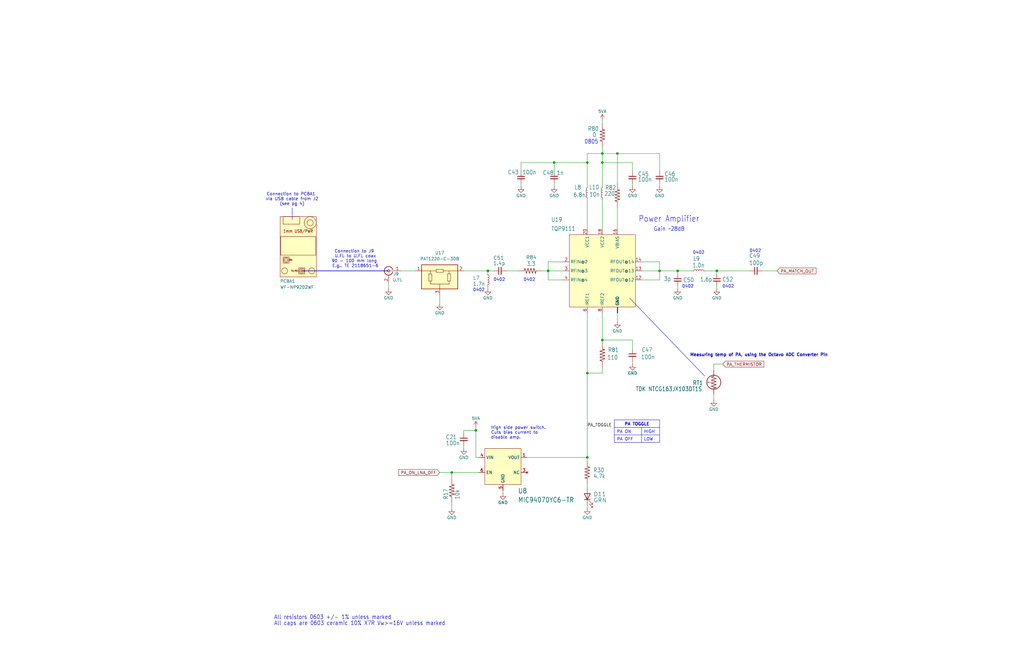
<source format=kicad_sch>
(kicad_sch (version 20250114) (generator "eeschema") (generator_version "9.0")
  (paper "B")
  (title_block (title "Oresat Live Card") (date "2025-09-15") (rev "2.1"))
  (lib_symbols
    (symbol "Connector:Conn_Coaxial" (pin_names (offset 1.016) (hide yes))
      (property "Reference" "J" (at 0.254 3.048 0))
      (property "Value" "Conn_Coaxial" (at 2.921 0 90))
      (symbol "Conn_Coaxial_0_1"
        (polyline (pts (xy -2.54 0) (xy -0.508 0)))
        (arc (start 1.778 0) (mid 0.222 -1.8079) (end -1.778 -0.508) (stroke (width 0.254)))
        (arc (start -1.778 0.508) (mid 0.2221 1.8084) (end 1.778 0) (stroke (width 0.254)))
        (circle (center 0 0) (radius 0.508) (stroke (width 0.2032)))
        (polyline (pts (xy 0 -2.54) (xy 0 -1.778)))
      )
      (symbol "Conn_Coaxial_1_1"
        (pin passive line (at -5.08 0 0) (length 2.54) (name "In") (number "1"))
        (pin passive line (at 0 -5.08 90) (length 2.54) (name "Ext") (number "2"))
      )
    )
    (symbol "Device:C_Small" (pin_numbers (hide yes)) (pin_names (offset 0.254) (hide yes))
      (property "Reference" "C" (at 0.254 1.778 0))
      (property "Value" "C_Small" (at 0.254 -2.032 0))
      (symbol "C_Small_0_1"
        (polyline (pts (xy -1.524 0.508) (xy 1.524 0.508)) (stroke (width 0.3048)))
        (polyline (pts (xy -1.524 -0.508) (xy 1.524 -0.508)) (stroke (width 0.3302)))
      )
      (symbol "C_Small_1_1"
        (pin passive line (at 0 2.54 270) (length 2.032) (name "~") (number "1"))
        (pin passive line (at 0 -2.54 90) (length 2.032) (name "~") (number "2"))
      )
    )
    (symbol "Device:LED" (pin_numbers (hide yes)) (pin_names (offset 1.016) (hide yes))
      (property "Reference" "D" (at 0 2.54 0))
      (property "Value" "LED" (at 0 -2.54 0))
      (symbol "LED_0_1"
        (polyline (pts (xy -3.048 -0.762) (xy -4.572 -2.286) (xy -3.81 -2.286) (xy -4.572 -2.286) (xy -4.572 -1.524)))
        (polyline (pts (xy -1.778 -0.762) (xy -3.302 -2.286) (xy -2.54 -2.286) (xy -3.302 -2.286) (xy -3.302 -1.524)))
        (polyline (pts (xy -1.27 0) (xy 1.27 0)))
        (polyline (pts (xy -1.27 -1.27) (xy -1.27 1.27)) (stroke (width 0.254)))
        (polyline (pts (xy 1.27 -1.27) (xy 1.27 1.27) (xy -1.27 0) (xy 1.27 -1.27)) (stroke (width 0.254)))
      )
      (symbol "LED_1_1"
        (pin passive line (at -3.81 0 0) (length 2.54) (name "K") (number "1"))
        (pin passive line (at 3.81 0 180) (length 2.54) (name "A") (number "2"))
      )
    )
    (symbol "Device:L_Small" (pin_numbers (hide yes)) (pin_names (offset 0.254) (hide yes))
      (property "Reference" "L" (at 0.762 1.016 0))
      (property "Value" "L_Small" (at 0.762 -1.016 0))
      (symbol "L_Small_0_1"
        (arc (start 0 2.032) (mid 0.5058 1.524) (end 0 1.016))
        (arc (start 0 1.016) (mid 0.5058 0.508) (end 0 0))
        (arc (start 0 0) (mid 0.5058 -0.508) (end 0 -1.016))
        (arc (start 0 -1.016) (mid 0.5058 -1.524) (end 0 -2.032))
      )
      (symbol "L_Small_1_1"
        (pin passive line (at 0 2.54 270) (length 0.508) (name "~") (number "1"))
        (pin passive line (at 0 -2.54 90) (length 0.508) (name "~") (number "2"))
      )
    )
    (symbol "RF:PAT1220-C-3DB"
      (property "Reference" "U" (at -6.35 6.35 0))
      (property "Value" "PAT1220-C-3DB" (at 5.08 6.35 0))
      (symbol "PAT1220-C-3DB_0_1"
        (rectangle (start -7.62 5.08) (end 7.62 -5.08) (stroke (width 0.254)) (fill (type background)))
        (polyline (pts (xy -3.937 1.27) (xy -3.937 2.54)))
        (polyline (pts (xy -3.937 -3.048) (xy 3.937 -3.048)))
        (polyline (pts (xy -1.524 2.54) (xy -7.62 2.54)))
        (polyline (pts (xy 0 -5.08) (xy 0 -3.048)))
        (polyline (pts (xy 3.937 1.27) (xy 3.937 2.54)))
        (pin passive line (at 0 -7.62 90) (length 2.54) (name "~") (number "3"))
      )
      (symbol "PAT1220-C-3DB_1_1"
        (rectangle (start -4.572 -1.778) (end -3.302 1.27))
        (polyline (pts (xy -3.937 -3.048) (xy -3.937 -1.778)))
        (rectangle (start -1.524 3.175) (end 1.524 1.905))
        (rectangle (start 3.302 -1.778) (end 4.572 1.27))
        (polyline (pts (xy 3.937 -3.048) (xy 3.937 -1.778)))
        (polyline (pts (xy 7.62 2.54) (xy 1.524 2.54)))
        (pin passive line (at -10.16 2.54 0) (length 2.54) (name "~") (number "1"))
        (pin passive line (at 10.16 2.54 180) (length 2.54) (name "~") (number "2"))
      )
    )
    (symbol "oresat-ics:MIC94090YC6-TR"
      (property "Reference" "U8" (at 7.62 -12.7 0))
      (property "Value" "MIC94090YC6-TR" (at 27.94 -16.51 0))
      (symbol "MIC94090YC6-TR_1_0"
        (pin power_in line (at -10.16 3.81 0) (length 2.54) (name "VIN") (number "4"))
        (pin input line (at -10.16 -2.54 0) (length 2.54) (name "EN") (number "6"))
        (pin power_in line (at 0 -10.16 90) (length 2.54) (hide yes) (name "GND") (number "2"))
        (pin power_in line (at 0 -10.16 90) (length 2.54) (name "GND") (number "5"))
        (pin output line (at 10.16 3.81 180) (length 2.54) (name "VOUT") (number "1"))
      )
      (symbol "MIC94090YC6-TR_1_1"
        (rectangle (start -7.62 7.62) (end 7.62 -7.62) (fill (type background)))
        (pin no_connect line (at 10.16 -2.54 180) (length 2.54) (name "NC") (number "3"))
      )
    )
    (symbol "oresat-ics:TQP9111"
      (property "Reference" "U19" (at -17.78 17.78 0))
      (property "Value" "TQP9111" (at -22.86 -17.78 0))
      (symbol "TQP9111_1_0"
        (pin input line (at -16.51 3.81 0) (length 2.54) (name "RFIN@2") (number "2"))
        (pin input line (at -16.51 0 0) (length 2.54) (name "RFIN@3") (number "3"))
        (pin input line (at -16.51 -3.81 0) (length 2.54) (name "RFIN@4") (number "4"))
        (pin power_in line (at -6.35 17.78 270) (length 2.54) (name "VCC1") (number "20"))
        (pin passive line (at -6.35 -17.78 90) (length 2.54) (name "IREF1") (number "6"))
        (pin power_in line (at 0 17.78 270) (length 2.54) (name "VCC2") (number "18"))
        (pin passive line (at 0 -17.78 90) (length 2.54) (name "IREF2") (number "8"))
        (pin power_in line (at 6.35 17.78 270) (length 2.54) (name "VBIAS") (number "16"))
        (pin power_in line (at 6.35 -17.78 90) (length 2.54) (name "GND") (number "1"))
        (pin power_in line (at 6.35 -17.78 90) (length 2.54) (name "GND") (number "10"))
        (pin power_in line (at 6.35 -17.78 90) (length 2.54) (name "GND") (number "11"))
        (pin power_in line (at 6.35 -17.78 90) (length 2.54) (name "GND") (number "15"))
        (pin power_in line (at 6.35 -17.78 90) (length 2.54) (name "GND") (number "17"))
        (pin power_in line (at 6.35 -17.78 90) (length 2.54) (name "GND") (number "19"))
        (pin power_in line (at 6.35 -17.78 90) (length 2.54) (name "GND") (number "21"))
        (pin power_in line (at 6.35 -17.78 90) (length 2.54) (name "GND") (number "5"))
        (pin power_in line (at 6.35 -17.78 90) (length 2.54) (name "GND") (number "7"))
        (pin power_in line (at 6.35 -17.78 90) (length 2.54) (name "GND") (number "9"))
        (pin output line (at 16.51 3.81 180) (length 2.54) (name "RFOUT@14") (number "14"))
        (pin output line (at 16.51 0 180) (length 2.54) (name "RFOUT@13") (number "13"))
        (pin output line (at 16.51 -3.81 180) (length 2.54) (name "RFOUT@12") (number "12"))
      )
      (symbol "TQP9111_1_1"
        (rectangle (start -13.97 15.24) (end 13.97 -15.24) (fill (type background)))
      )
    )
    (symbol "oresat-passives:R-US"
      (property "Reference" "R" (at 0 2.54 0))
      (symbol "R-US_1_0"
        (polyline (pts (xy -2.54 0) (xy -2.159 1.016)) (stroke (width 0.2032)))
        (polyline (pts (xy -2.159 1.016) (xy -1.524 -1.016)) (stroke (width 0.2032)))
        (polyline (pts (xy -1.524 -1.016) (xy -0.889 1.016)) (stroke (width 0.2032)))
        (polyline (pts (xy -0.889 1.016) (xy -0.254 -1.016)) (stroke (width 0.2032)))
        (polyline (pts (xy -0.254 -1.016) (xy 0.381 1.016)) (stroke (width 0.2032)))
        (polyline (pts (xy 0.381 1.016) (xy 1.016 -1.016)) (stroke (width 0.2032)))
        (polyline (pts (xy 1.016 -1.016) (xy 1.651 1.016)) (stroke (width 0.2032)))
        (polyline (pts (xy 1.651 1.016) (xy 2.286 -1.016)) (stroke (width 0.2032)))
        (polyline (pts (xy 2.286 -1.016) (xy 2.54 0)) (stroke (width 0.2032)))
        (pin passive line (at -5.08 0 0) (length 2.54) (name "1") (number "1"))
        (pin passive line (at 5.08 0 180) (length 2.54) (name "2") (number "2"))
      )
    )
    (symbol "oresat-passives:THERMISTOR"
      (property "Reference" "RT1" (at 1.27 8.89 90))
      (property "Value" "TDK NTCG163JX103DT1S" (at 3.81 33.02 90))
      (symbol "THERMISTOR_1_0"
        (polyline (pts (xy -2.54 0) (xy -2.159 1.016)) (stroke (width 0.2032)))
        (polyline (pts (xy -2.159 1.016) (xy -1.524 -1.016)) (stroke (width 0.2032)))
        (polyline (pts (xy -1.524 -1.016) (xy -0.889 1.016)) (stroke (width 0.2032)))
        (polyline (pts (xy -0.889 1.016) (xy -0.254 -1.016)) (stroke (width 0.2032)))
        (polyline (pts (xy -0.254 -1.016) (xy 0.381 1.016)) (stroke (width 0.2032)))
        (circle (center 0 0) (radius 2.9729) (stroke (width 0.254)))
        (polyline (pts (xy 0.381 1.016) (xy 1.016 -1.016)) (stroke (width 0.2032)))
        (polyline (pts (xy 1.016 -1.016) (xy 1.651 1.016)) (stroke (width 0.2032)))
        (polyline (pts (xy 1.651 1.016) (xy 2.286 -1.016)) (stroke (width 0.2032)))
        (polyline (pts (xy 2.286 -1.016) (xy 2.54 0)) (stroke (width 0.2032)))
        (text "T" (at -0.508 1.016 0) (effects (font (size 1.27 1.0795)) (justify left bottom)))
        (pin passive line (at -5.08 0 0) (length 2.54) (name "1") (number "1"))
        (pin passive line (at 5.08 0 180) (length 2.54) (name "2") (number "2"))
      )
    )
    (symbol "oresat-pcbs:WF-NP9202WF"
      (property "Reference" "PCBA" (at 2.54 -13.462 0))
      (property "Value" "WF-NP9202WF" (at 2.794 -15.494 0))
      (symbol "WF-NP9202WF_0_1"
        (rectangle (start -7.366 5.588) (end 7.366 -2.286))
        (rectangle (start -6.35 13.97) (end 0.635 10.795))
        (rectangle (start -6.35 -3.048) (end -3.81 -5.588))
        (circle (center -5.715 -8.89) (radius 1.27))
        (rectangle (start 0.254 -7.62) (end 2.794 -10.16))
        (circle (center 5.08 11.43) (radius 1.27))
        (circle (center 5.08 11.43) (radius 2.54))
        (circle (center 5.715 -8.89) (radius 1.27))
      )
      (symbol "WF-NP9202WF_1_0"
        (circle (center -5.08 -4.318) (radius 0.568) (stroke (width 0.1524)))
        (circle (center -5.08 -4.318) (radius 1.0473) (stroke (width 0.1524)))
        (circle (center 1.524 -8.89) (radius 0.568) (stroke (width 0.1524)))
        (circle (center 1.524 -8.89) (radius 1.0473) (stroke (width 0.1524)))
        (text "1mm USB/PWR" (at -6.35 7.112 0) (effects (font (size 1.27 1.0795)) (justify left bottom)))
      )
      (symbol "WF-NP9202WF_1_1"
        (rectangle (start -7.62 13.97) (end 7.62 -11.43) (fill (type background)))
        (text "RX" (at -3.048 -4.318 0) (effects (font (size 0.635 0.635))))
        (text "TX/RX" (at -1.524 -8.89 0) (effects (font (size 0.635 0.635))))
      )
    )
    (symbol "oresat-power:5VA" (power) (pin_names (offset 0))
      (property "Value" "5VA" (at 0 3.556 0))
      (symbol "5VA_0_1"
        (polyline (pts (xy -0.762 1.27) (xy 0 2.54)))
        (polyline (pts (xy 0 2.54) (xy 0.762 1.27)))
        (polyline (pts (xy 0 0) (xy 0 2.54)))
      )
      (symbol "5VA_1_1"
        (pin power_in line (at 0 0 90) (length 0) (hide yes) (name "5VA") (number "1"))
      )
    )
    (symbol "power:GND" (power) (pin_numbers (hide yes)) (pin_names (offset 0) (hide yes))
      (property "Value" "GND" (at 0 -3.81 0))
      (symbol "GND_0_1"
        (polyline (pts (xy 0 0) (xy 0 -1.27) (xy 1.27 -1.27) (xy 0 -2.54) (xy -1.27 -1.27) (xy 0 -1.27)))
      )
      (symbol "GND_1_1"
        (pin power_in line (at 0 0 270) (length 0) (name "~") (number "1"))
      )
    )
  )
  (text "Connection to PCBA1 \nvia USB cable from J2\n(see pg 4)\n\n" (at 123.19 88.9 0) (effects (font (size 1.27 1.27)) (justify bottom)))
  (text "0402\n" (at 315.976 106.68 0) (effects (font (size 1.27 1.27)) (justify left bottom)))
  (text "High side power switch.\nCuts bias current to \ndisable amp." (at 207.01 185.42 0) (effects (font (size 1.27 1.27)) (justify left bottom)))
  (text "0402\n" (at 292.1 107.442 0) (effects (font (size 1.27 1.27)) (justify left bottom)))
  (text "0402\n" (at 199.39 123.19 0) (effects (font (size 1.27 1.27)) (justify left bottom)))
  (text "Connection to J9 \nU.FL to U.FL coax\n90 - 100 mm long \nE.g., TE 2118651-6" (at 149.86 113.03 0) (effects (font (size 1.27 1.27)) (justify bottom)))
  (text "Gain ~28dB" (at 275.59 97.79 0) (effects (font (size 1.778 1.5113)) (justify left bottom)))
  (text "0805" (at 246.38 60.96 0) (effects (font (size 1.778 1.5113)) (justify left bottom)))
  (text "All caps are 0603 ceramic 10% X7R Vw>=16V unless marked" (at 115.57 264.16 0) (effects (font (size 1.778 1.5113)) (justify left bottom)))
  (text "Measuring temp of PA, using the Octavo ADC Converter Pin" (at 320.04 149.86 0) (effects (font (size 1.27 1.27) (thickness 0.254) (bold yes))))
  (text "All resistors 0603 +/- 1% unless marked" (at 115.57 261.62 0) (effects (font (size 1.778 1.5113)) (justify left bottom)))
  (text "0402\n" (at 208.026 118.872 0) (effects (font (size 1.27 1.27)) (justify left bottom)))
  (text "0402\n" (at 304.546 121.666 0) (effects (font (size 1.27 1.27)) (justify left bottom)))
  (text "Power Amplifier" (at 269.24 93.98 0) (effects (font (size 2.54 2.159)) (justify left bottom)))
  (text "0402\n" (at 287.528 121.666 0) (effects (font (size 1.27 1.27)) (justify left bottom)))
  (text "0402\n" (at 220.726 118.872 0) (effects (font (size 1.27 1.27)) (justify left bottom)))
  (junction (at 190.5 199.39))
  (junction (at 278.13 114.3))
  (junction (at 247.65 193.04))
  (junction (at 285.75 114.3))
  (junction (at 205.74 114.3))
  (junction (at 200.66 181.61))
  (junction (at 247.65 157.48))
  (junction (at 254 68.58))
  (junction (at 254 64.77))
  (junction (at 233.68 68.58))
  (junction (at 247.65 68.58))
  (junction (at 302.26 114.3))
  (junction (at 231.14 114.3))
  (junction (at 260.35 64.77))
  (junction (at 254 143.51))
  (wire (pts (xy 247.65 83.82) (xy 247.65 96.52)))
  (wire (pts (xy 266.7 68.58) (xy 254 68.58)))
  (wire (pts (xy 237.49 114.3) (xy 231.14 114.3)))
  (wire (pts (xy 278.13 114.3) (xy 285.75 114.3)))
  (wire (pts (xy 254 52.07) (xy 254 50.8)))
  (wire (pts (xy 247.65 68.58) (xy 247.65 78.74)))
  (wire (pts (xy 247.65 64.77) (xy 254 64.77)))
  (wire (pts (xy 254 62.23) (xy 254 64.77)))
  (wire (pts (xy 247.65 193.04) (xy 247.65 194.31)))
  (wire (pts (xy 321.31 114.3) (xy 327.66 114.3)))
  (wire (pts (xy 231.14 114.3) (xy 228.6 114.3)))
  (wire (pts (xy 270.51 114.3) (xy 278.13 114.3)))
  (wire (pts (xy 205.74 120.65) (xy 205.74 121.92)))
  (wire (pts (xy 278.13 114.3) (xy 278.13 118.11)))
  (wire (pts (xy 195.58 187.96) (xy 195.58 189.23)))
  (wire (pts (xy 233.68 72.39) (xy 233.68 68.58)))
  (wire (pts (xy 270.51 110.49) (xy 278.13 110.49)))
  (wire (pts (xy 163.83 119.38) (xy 163.83 121.92)))
  (wire (pts (xy 266.7 143.51) (xy 266.7 147.32)))
  (wire (pts (xy 302.26 114.3) (xy 316.23 114.3)))
  (wire (pts (xy 205.74 114.3) (xy 208.28 114.3)))
  (wire (pts (xy 297.18 114.3) (xy 302.26 114.3)))
  (wire (pts (xy 231.14 118.11) (xy 237.49 118.11)))
  (wire (pts (xy 254 68.58) (xy 254 64.77)))
  (wire (pts (xy 285.75 121.92) (xy 285.75 120.65)))
  (wire (pts (xy 266.7 77.47) (xy 266.7 78.74)))
  (wire (pts (xy 300.99 166.37) (xy 300.99 168.91)))
  (wire (pts (xy 233.68 78.74) (xy 233.68 77.47)))
  (wire (pts (xy 278.13 64.77) (xy 260.35 64.77)))
  (wire (pts (xy 300.99 153.67) (xy 300.99 156.21)))
  (polyline (pts (xy 123.19 87.63) (xy 123.19 92.71)))
  (wire (pts (xy 190.5 212.09) (xy 190.5 214.63)))
  (wire (pts (xy 237.49 110.49) (xy 231.14 110.49)))
  (wire (pts (xy 254 154.94) (xy 254 157.48)))
  (wire (pts (xy 185.42 199.39) (xy 190.5 199.39)))
  (wire (pts (xy 278.13 77.47) (xy 278.13 78.74)))
  (wire (pts (xy 219.71 72.39) (xy 219.71 68.58)))
  (polyline (pts (xy 127 114.3) (xy 163.83 114.3)) (stroke (width 0.254) (type solid)))
  (wire (pts (xy 213.36 114.3) (xy 218.44 114.3)))
  (wire (pts (xy 254 143.51) (xy 254 144.78)))
  (wire (pts (xy 205.74 114.3) (xy 205.74 115.57)))
  (wire (pts (xy 247.65 204.47) (xy 247.65 205.74)))
  (wire (pts (xy 302.26 115.57) (xy 302.26 114.3)))
  (wire (pts (xy 302.26 120.65) (xy 302.26 121.92)))
  (wire (pts (xy 231.14 114.3) (xy 231.14 118.11)))
  (wire (pts (xy 278.13 110.49) (xy 278.13 114.3)))
  (wire (pts (xy 285.75 114.3) (xy 292.1 114.3)))
  (wire (pts (xy 231.14 110.49) (xy 231.14 114.3)))
  (wire (pts (xy 222.25 193.04) (xy 247.65 193.04)))
  (wire (pts (xy 254 83.82) (xy 254 96.52)))
  (wire (pts (xy 219.71 77.47) (xy 219.71 78.74)))
  (wire (pts (xy 185.42 124.46) (xy 185.42 128.27)))
  (wire (pts (xy 200.66 193.04) (xy 201.93 193.04)))
  (wire (pts (xy 195.58 114.3) (xy 205.74 114.3)))
  (wire (pts (xy 285.75 115.57) (xy 285.75 114.3)))
  (wire (pts (xy 254 143.51) (xy 266.7 143.51)))
  (wire (pts (xy 247.65 64.77) (xy 247.65 68.58)))
  (wire (pts (xy 260.35 77.47) (xy 260.35 64.77)))
  (wire (pts (xy 247.65 132.08) (xy 247.65 157.48)))
  (wire (pts (xy 195.58 182.88) (xy 195.58 181.61)))
  (wire (pts (xy 254 157.48) (xy 247.65 157.48)))
  (wire (pts (xy 278.13 72.39) (xy 278.13 64.77)))
  (wire (pts (xy 266.7 152.4) (xy 266.7 153.67)))
  (wire (pts (xy 200.66 181.61) (xy 200.66 193.04)))
  (wire (pts (xy 247.65 213.36) (xy 247.65 214.63)))
  (wire (pts (xy 212.09 207.01) (xy 212.09 208.28)))
  (wire (pts (xy 260.35 132.08) (xy 260.35 135.89)))
  (wire (pts (xy 278.13 118.11) (xy 270.51 118.11)))
  (polyline (pts (xy 265.43 125.73) (xy 297.18 158.75)))
  (wire (pts (xy 247.65 157.48) (xy 247.65 193.04)))
  (wire (pts (xy 254 68.58) (xy 254 78.74)))
  (wire (pts (xy 260.35 87.63) (xy 260.35 96.52)))
  (wire (pts (xy 168.91 114.3) (xy 175.26 114.3)))
  (wire (pts (xy 254 132.08) (xy 254 143.51)))
  (wire (pts (xy 300.99 153.67) (xy 304.8 153.67)))
  (wire (pts (xy 219.71 68.58) (xy 233.68 68.58)))
  (wire (pts (xy 266.7 72.39) (xy 266.7 68.58)))
  (wire (pts (xy 233.68 68.58) (xy 247.65 68.58)))
  (wire (pts (xy 195.58 181.61) (xy 200.66 181.61)))
  (wire (pts (xy 190.5 199.39) (xy 201.93 199.39)))
  (wire (pts (xy 254 64.77) (xy 260.35 64.77)))
  (wire (pts (xy 200.66 181.61) (xy 200.66 180.34)))
  (wire (pts (xy 190.5 199.39) (xy 190.5 201.93)))
  (table (column_count 2) (border (external yes) (header yes)) (separators (rows yes) (cols yes)) (column_widths 11.43 7.62) (row_heights 3.175 3.175 3.175) (cells (table_cell "PA TOGGLE" (at 259.08 177.165 0) (size 19.05 3.175) (margins 0.9525 0.9525 0.9525 0.9525) (span 2 1)) (table_cell "rgb(241, 240, 238)" (at 270.51 177.165 0) (size 7.62 3.175) (margins 0.9525 0.9525 0.9525 0.9525) (span 0 0)) (table_cell "PA ON" (at 259.08 180.34 0) (size 11.43 3.175) (margins 0.9525 0.9525 0.9525 0.9525) (span 1 1)) (table_cell "HIGH" (at 270.51 180.34 0) (size 7.62 3.175) (margins 0.9525 0.9525 0.9525 0.9525) (span 1 1)) (table_cell "PA OFF" (at 259.08 183.515 0) (size 11.43 3.175) (margins 0.9525 0.9525 0.9525 0.9525) (span 1 1)) (table_cell "LOW" (at 270.51 183.515 0) (size 7.62 3.175) (margins 0.9525 0.9525 0.9525 0.9525) (span 1 1))))
  (label "PA_TOGGLE" (at 247.65 180.34 0) (effects (font (size 1.2446 1.2446))))
  (global_label "PA_THERMISTOR" (shape input) (at 304.8 153.67 0) (property "Intersheetrefs" "${INTERSHEET_REFS}" (at 322.6623 153.67 0) (effects (font (size 0.889 0.889)) (justify left))))
  (global_label "PA_ON_LNA_OFF" (shape input) (at 185.42 199.39 180) (property "Intersheetrefs" "${INTERSHEET_REFS}" (at 167.5575 199.39 0) (effects (font (size 0.889 0.889)) (justify right))))
  (global_label "PA_MATCH_OUT" (shape input) (at 327.66 114.3 0) (property "Intersheetrefs" "${INTERSHEET_REFS}" (at 344.6757 114.3 0) (effects (font (size 0.889 0.889)) (justify left))))
  (symbol (lib_id "RF:PAT1220-C-3DB") (at 185.42 116.84 0) (unit 1)
    (property "Reference" "U17" (at 185.42 106.68 0))
    (property "Value" "PAT1220-C-3DB" (at 185.42 109.22 0))
    (property "Footprint" "RF_Converter:RF_Attenuator_Susumu_PAT1220" (effects (hide yes)))
    (property "Datasheet" "https://www.susumu.co.jp/common/pdf/n_catalog_partition16_en.pdf" (effects (hide yes)))
    (property "Description" "RF ATTENUATOR 3DB 50OHM 0805" (effects (hide yes)))
    (property "DPN" "PAT123CT-ND " (effects (hide yes)))
    (property "MFR" "Susumu " (effects (hide yes)))
    (property "MPN" "PAT1220-C-3DB-T5 " (effects (hide yes)))
    (property "DIS" "DigiKey" (effects (hide yes)))
  )
  (symbol (lib_id "Device:C_Small") (at 210.82 114.3 90) (unit 1)
    (property "Reference" "C51" (at 212.598 107.95 90) (effects (font (size 1.5113 1.5113)) (justify left bottom)))
    (property "Value" "1.4p" (at 213.106 110.236 90) (effects (font (size 1.5113 1.5113)) (justify left bottom)))
    (property "Footprint" "oresat-passives:0402-C" (effects (hide yes)))
    (property "Description" "CAP 50V 1.4pF .02pFTol ThinFilm 0402" (effects (hide yes)))
    (property "MPN" "04025J1R1PBSTR\\500" (effects (hide yes)))
    (property "DPN" "581-04025J1R4PBSTR5" (effects (hide yes)))
    (property "MFR" "KYOCERA AVX " (effects (hide yes)))
    (property "DIS" "Mouser" (effects (hide yes)))
  )
  (symbol (lib_id "power:GND") (at 219.71 78.74 0) (unit 1)
    (property "Reference" "#PWR84" (effects (hide yes)))
    (property "Value" "GND" (at 219.71 82.55 0))
    (property "Description" "Power symbol creates a global label with name \"GND\" , ground" (effects (hide yes)))
  )
  (symbol (lib_id "oresat-passives:R-US") (at 247.65 199.39 270) (unit 1)
    (property "Reference" "R30" (at 250.19 199.39 90) (effects (font (size 1.778 1.5113)) (justify left bottom)))
    (property "Value" "4.7k" (at 250.19 201.93 90) (effects (font (size 1.778 1.5113)) (justify left bottom)))
    (property "Footprint" "oresat-passives:0603-C" (effects (hide yes)))
    (property "Description" "RES SMD 4.7K OHM 1% 1/10W 0603" (effects (hide yes)))
    (property "MPN" "ERJ-3EKF4701V" (effects (hide yes)))
    (property "DPN" "ERJ-3EKF4701V" (effects (hide yes)))
    (property "MFR" "Panasonic " (effects (hide yes)))
    (property "DIS" "DigiKey" (effects (hide yes)))
  )
  (symbol (lib_id "power:GND") (at 185.42 128.27 0) (unit 1)
    (property "Reference" "#PWR82" (effects (hide yes)))
    (property "Value" "GND" (at 185.42 132.08 0))
    (property "Description" "Power symbol creates a global label with name \"GND\" , ground" (effects (hide yes)))
  )
  (symbol (lib_id "Device:C_Small") (at 266.7 74.93 0) (unit 1)
    (property "Reference" "C45" (at 268.986 74.422 0) (effects (font (size 1.778 1.5113)) (justify left bottom)))
    (property "Value" "100n" (at 268.986 76.708 0) (effects (font (size 1.778 1.5113)) (justify left bottom)))
    (property "Footprint" "oresat-passives:0603-C" (effects (hide yes)))
    (property "Description" "CAP CER 0.1UF 25V X7R 0603" (effects (hide yes)))
    (property "MPN" "CGA3E2X7R1E104K080AA " (effects (hide yes)))
    (property "DPN" "445-5667-1-ND " (effects (hide yes)))
    (property "MFR" "TDK Corporation " (effects (hide yes)))
    (property "DIS" "DigiKey" (effects (hide yes)))
  )
  (symbol (lib_id "Device:C_Small") (at 219.71 74.93 0) (unit 1)
    (property "Reference" "C43" (at 214.122 73.66 0) (effects (font (size 1.778 1.5113)) (justify left bottom)))
    (property "Value" "100n" (at 220.218 73.66 0) (effects (font (size 1.778 1.5113)) (justify left bottom)))
    (property "Footprint" "oresat-passives:0603-C" (effects (hide yes)))
    (property "Description" "CAP CER 0.1UF 25V X7R 0603" (effects (hide yes)))
    (property "MPN" "CGA3E2X7R1E104K080AA " (effects (hide yes)))
    (property "DPN" "445-5667-1-ND " (effects (hide yes)))
    (property "MFR" "TDK Corporation " (effects (hide yes)))
    (property "DIS" "DigiKey" (effects (hide yes)))
  )
  (symbol (lib_id "Device:C_Small") (at 285.75 118.11 0) (unit 1)
    (property "Reference" "C50" (at 288.036 119.126 0) (effects (font (size 1.778 1.5113)) (justify left bottom)))
    (property "Value" "3p" (at 279.908 118.618 0) (effects (font (size 1.778 1.5113)) (justify left bottom)))
    (property "Footprint" "oresat-passives:0402-C" (effects (hide yes)))
    (property "Description" "CAP CER 3PF 50V NP0 0402" (effects (hide yes)))
    (property "MPN" "04025U3R0BAT2A " (effects (hide yes)))
    (property "DPN" "581-04025U3R0BAT2A" (effects (hide yes)))
    (property "MFR" "KYOCERA AVX " (effects (hide yes)))
    (property "DIS" "Mouser" (effects (hide yes)))
  )
  (symbol (lib_id "power:GND") (at 300.99 168.91 0) (unit 1)
    (property "Reference" "#PWR91" (effects (hide yes)))
    (property "Value" "GND" (at 300.99 172.72 0))
    (property "Description" "Power symbol creates a global label with name \"GND\" , ground" (effects (hide yes)))
  )
  (symbol (lib_id "Device:C_Small") (at 266.7 149.86 0) (unit 1)
    (property "Reference" "C47" (at 270.51 148.59 0) (effects (font (size 1.778 1.5113)) (justify left bottom)))
    (property "Value" "100n" (at 270.256 151.638 0) (effects (font (size 1.778 1.5113)) (justify left bottom)))
    (property "Footprint" "oresat-passives:0603-C" (effects (hide yes)))
    (property "Description" "CAP CER 0.1UF 25V X7R 0603" (effects (hide yes)))
    (property "MPN" "CGA3E2X7R1E104K080AA " (effects (hide yes)))
    (property "DPN" "445-5667-1-ND " (effects (hide yes)))
    (property "MFR" "TDK Corporation " (effects (hide yes)))
    (property "DIS" "DigiKey" (effects (hide yes)))
  )
  (symbol (lib_id "power:GND") (at 302.26 121.92 0) (unit 1)
    (property "Reference" "#PWR88" (effects (hide yes)))
    (property "Value" "GND" (at 302.26 125.73 0))
    (property "Description" "Power symbol creates a global label with name \"GND\" , ground" (effects (hide yes)))
  )
  (symbol (lib_id "oresat-passives:R-US") (at 190.5 207.01 90) (unit 1)
    (property "Reference" "R17" (at 189.0014 210.82 0) (effects (font (size 1.778 1.5113)) (justify left bottom)))
    (property "Value" "10k" (at 193.802 210.82 0) (effects (font (size 1.778 1.5113)) (justify left bottom)))
    (property "Footprint" "oresat-passives:0603-C" (effects (hide yes)))
    (property "Description" "RES SMD 10K OHM 1% 1/10W 0603" (effects (hide yes)))
    (property "MPN" "ERJ-3EKF1002V" (effects (hide yes)))
    (property "DPN" "P10.0KHCT-ND " (effects (hide yes)))
    (property "MFR" "Panasonic " (effects (hide yes)))
    (property "DIS" "DigiKey" (effects (hide yes)))
  )
  (symbol (lib_id "Device:C_Small") (at 233.68 74.93 0) (unit 1)
    (property "Reference" "C48" (at 228.854 73.914 0) (effects (font (size 1.778 1.5113)) (justify left bottom)))
    (property "Value" "1n" (at 234.696 73.914 0) (effects (font (size 1.778 1.5113)) (justify left bottom)))
    (property "Footprint" "oresat-passives:0402-C" (effects (hide yes)))
    (property "Description" "CAP CER 1000PF 50V NP0 0402" (effects (hide yes)))
    (property "MPN" "CGA2B2NP01H102J050BA " (effects (hide yes)))
    (property "DPN" "445-12118-1-ND " (effects (hide yes)))
    (property "MFR" "TDK Corporation " (effects (hide yes)))
    (property "DIS" "DigiKey" (effects (hide yes)))
  )
  (symbol (lib_id "Device:L_Small") (at 205.74 118.11 0) (mirror x) (unit 1)
    (property "Reference" "L7" (at 199.39 118.11 0) (effects (font (size 1.5113 1.5113)) (justify left top)))
    (property "Value" "1.7n" (at 199.39 120.65 0) (effects (font (size 1.5113 1.5113)) (justify left top)))
    (property "Footprint" "oresat-passives:0402-C" (effects (hide yes)))
    (property "Description" "1.7nH RF Inductor, ceramic core, 5% tol" (effects (hide yes)))
    (property "MPN" "0402DC-1N7XJRW" (effects (hide yes)))
    (property "DPN" "2457-0402DC-1N7XJRW-ND" (effects (hide yes)))
    (property "MFR" "Coilcraft " (effects (hide yes)))
    (property "DIS" "DigiKey" (effects (hide yes)))
  )
  (symbol (lib_id "Device:LED") (at 247.65 209.55 90) (unit 1)
    (property "Reference" "D11" (at 250.19 209.55 90) (effects (font (size 1.778 1.778)) (justify right top)))
    (property "Value" "GRN" (at 250.19 212.09 90) (effects (font (size 1.778 1.778)) (justify right top)))
    (property "Footprint" "oresat-live-card:LED-0603" (effects (hide yes)))
    (property "Description" "Green 525nm LED 3.2V 0603" (effects (hide yes)))
    (property "MPN" "150060GS75020" (effects (hide yes)))
    (property "DPN" "732-150060GS75020CT-ND " (effects (hide yes)))
    (property "MFR" "Würth Elektronik " (effects (hide yes)))
    (property "Sim.Pins" "1=K 2=A" (effects (hide yes)))
    (property "DIS" "DigiKey" (effects (hide yes)))
  )
  (symbol (lib_id "power:GND") (at 278.13 78.74 0) (unit 1)
    (property "Reference" "#PWR87" (effects (hide yes)))
    (property "Value" "GND" (at 278.13 82.55 0))
    (property "Description" "Power symbol creates a global label with name \"GND\" , ground" (effects (hide yes)))
  )
  (symbol (lib_id "Device:L_Small") (at 247.65 81.28 180) (unit 1)
    (property "Reference" "L8" (at 245.11 78.105 0) (effects (font (size 1.778 1.5113)) (justify left bottom)))
    (property "Value" "6.8n." (at 247.65 81.28 0) (effects (font (size 1.778 1.5113)) (justify left bottom)))
    (property "Footprint" "oresat-passives:0805-C" (effects (hide yes)))
    (property "Description" "FIXED IND 6.8NH 600MA 110MOHM SM" (effects (hide yes)))
    (property "MPN" "0805CS-060XJRC" (effects (hide yes)))
    (property "DPN" "2457-0805CS-060XJRC-ND" (effects (hide yes)))
    (property "MFR" "Coilcraft " (effects (hide yes)))
    (property "DIS" "DigiKey" (effects (hide yes)))
  )
  (symbol (lib_id "oresat-ics:TQP9111") (at 254 114.3 0) (unit 1)
    (property "Reference" "U19" (at 232.41 92.71 0) (effects (font (size 1.778 1.5113)) (justify left)))
    (property "Value" "TQP9111" (at 232.41 96.52 0) (effects (font (size 1.778 1.5113)) (justify left)))
    (property "Footprint" "oresat-live-card:QFN50P400X400X102-21N" (effects (hide yes)))
    (property "Datasheet" "https://www.mouser.com/datasheet/2/412/QP9111-1500700.pdf" (effects (hide yes)))
    (property "Description" "1800-2700 MHZ, 2 W HIGH GAIN AMP" (effects (hide yes)))
    (property "MPN" "TQP9111" (effects (hide yes)))
    (property "DPN" "2312-TQP9111CT-ND " (effects (hide yes)))
    (property "MFR" "Qorvo " (effects (hide yes)))
    (property "DIS" "DigiKey" (effects (hide yes)))
  )
  (symbol (lib_id "power:GND") (at 205.74 121.92 0) (unit 1)
    (property "Reference" "#PWR83" (effects (hide yes)))
    (property "Value" "GND" (at 205.74 125.73 0))
    (property "Description" "Power symbol creates a global label with name \"GND\" , ground" (effects (hide yes)))
  )
  (symbol (lib_id "Device:C_Small") (at 195.58 185.42 0) (mirror y) (unit 1)
    (property "Reference" "C21" (at 187.96 185.42 0) (effects (font (size 1.778 1.5113)) (justify right bottom)))
    (property "Value" "100n" (at 187.96 187.96 0) (effects (font (size 1.778 1.5113)) (justify right bottom)))
    (property "Footprint" "oresat-passives:0603-C" (effects (hide yes)))
    (property "Description" "CAP CER 0.1UF 25V X7R 0603" (effects (hide yes)))
    (property "MPN" "CGA3E2X7R1E104K080AA " (effects (hide yes)))
    (property "DPN" "445-5667-1-ND " (effects (hide yes)))
    (property "MFR" "TDK Corporation " (effects (hide yes)))
    (property "DIS" "DigiKey" (effects (hide yes)))
  )
  (symbol (lib_id "oresat-passives:THERMISTOR") (at 300.99 161.29 90) (mirror x) (unit 1)
    (property "Reference" "RT1" (at 292.1 162.56 90) (effects (font (size 1.778 1.5113)) (justify right bottom)))
    (property "Value" "TDK NTCG163JX103DT1S" (at 267.97 165.1 90) (effects (font (size 1.778 1.5113)) (justify right bottom)))
    (property "Footprint" "oresat-live-card:0603-THERMISTOR-B" (effects (hide yes)))
    (property "Description" "THERMISTOR NTC 10KOHM 3380K 0603" (effects (hide yes)))
    (property "MPN" "NTCG163JX103DT1S" (effects (hide yes)))
    (property "DPN" "445-174518-1-ND " (effects (hide yes)))
    (property "MFR" "TDK Corporation " (effects (hide yes)))
    (property "DIS" "DigiKey" (effects (hide yes)))
  )
  (symbol (lib_id "oresat-passives:R-US") (at 254 149.86 90) (unit 1)
    (property "Reference" "R81" (at 256.3114 148.59 90) (effects (font (size 1.778 1.5113)) (justify right top)))
    (property "Value" "110" (at 260.604 149.86 90) (effects (font (size 1.778 1.5113)) (justify left bottom)))
    (property "Footprint" "oresat-passives:0402-C" (effects (hide yes)))
    (property "Description" "RES SMD 110 OHM 1% 1/10W 0402" (effects (hide yes)))
    (property "MPN" "ERJ-2RKF1100X" (effects (hide yes)))
    (property "DPN" "P110LCT-ND " (effects (hide yes)))
    (property "MFR" "Panasonic " (effects (hide yes)))
    (property "DIS" "DigiKey" (effects (hide yes)))
  )
  (symbol (lib_id "power:GND") (at 233.68 78.74 0) (unit 1)
    (property "Reference" "#PWR85" (effects (hide yes)))
    (property "Value" "GND" (at 233.68 82.55 0))
    (property "Description" "Power symbol creates a global label with name \"GND\" , ground" (effects (hide yes)))
  )
  (symbol (lib_id "Device:L_Small") (at 294.64 114.3 90) (unit 1)
    (property "Reference" "L9" (at 295.148 108.204 90) (effects (font (size 1.778 1.5113)) (justify left bottom)))
    (property "Value" "1.0n" (at 297.18 110.998 90) (effects (font (size 1.778 1.5113)) (justify left bottom)))
    (property "Footprint" "oresat-passives:0402-C" (effects (hide yes)))
    (property "Description" "FIXED IND 1NH 500MA 100 MOHM SMD" (effects (hide yes)))
    (property "MPN" "MLK1005S1N0ST000" (effects (hide yes)))
    (property "DPN" "445-MLK1005S1N0ST000CT-ND " (effects (hide yes)))
    (property "MFR" "TDK Corporation " (effects (hide yes)))
    (property "DIS" "DigiKey" (effects (hide yes)))
  )
  (symbol (lib_id "power:GND") (at 163.83 121.92 0) (unit 1)
    (property "Reference" "#PWR81" (effects (hide yes)))
    (property "Value" "GND" (at 163.83 125.73 0))
    (property "Description" "Power symbol creates a global label with name \"GND\" , ground" (effects (hide yes)))
  )
  (symbol (lib_id "power:GND") (at 266.7 78.74 0) (unit 1)
    (property "Reference" "#PWR86" (effects (hide yes)))
    (property "Value" "GND" (at 266.7 82.55 0))
    (property "Description" "Power symbol creates a global label with name \"GND\" , ground" (effects (hide yes)))
  )
  (symbol (lib_id "oresat-power:5VA") (at 200.66 180.34 0) (unit 1)
    (property "Reference" "#5VA01" (effects (hide yes)))
    (property "Value" "5VA" (at 200.66 176.53 0))
  )
  (symbol (lib_id "power:GND") (at 247.65 214.63 0) (unit 1)
    (property "Reference" "#PWR93" (effects (hide yes)))
    (property "Value" "GND" (at 247.65 218.44 0))
    (property "Description" "Power symbol creates a global label with name \"GND\" , ground" (effects (hide yes)))
  )
  (symbol (lib_id "power:GND") (at 195.58 189.23 0) (unit 1)
    (property "Reference" "#PWR0190" (effects (hide yes)))
    (property "Value" "GND" (at 195.58 193.04 0))
    (property "Description" "Power symbol creates a global label with name \"GND\" , ground" (effects (hide yes)))
  )
  (symbol (lib_id "Device:C_Small") (at 302.26 118.11 0) (unit 1)
    (property "Reference" "C52" (at 304.546 118.872 0) (effects (font (size 1.778 1.5113)) (justify left bottom)))
    (property "Value" "1.6p" (at 295.148 118.872 0) (effects (font (size 1.778 1.5113)) (justify left bottom)))
    (property "Footprint" "oresat-passives:0402-C" (effects (hide yes)))
    (property "Description" "CAP CER 1.6PF 50V NP0 0402" (effects (hide yes)))
    (property "MPN" "04025U1R6BAT2A " (effects (hide yes)))
    (property "DPN" "581-04025U1R6BAT2A" (effects (hide yes)))
    (property "MFR" "KYOCERA AVX " (effects (hide yes)))
    (property "DIS" "Mouser" (effects (hide yes)))
  )
  (symbol (lib_id "Device:C_Small") (at 278.13 74.93 0) (unit 1)
    (property "Reference" "C46" (at 280.162 74.422 0) (effects (font (size 1.778 1.5113)) (justify left bottom)))
    (property "Value" "100n" (at 280.162 76.708 0) (effects (font (size 1.778 1.5113)) (justify left bottom)))
    (property "Footprint" "oresat-passives:0603-C" (effects (hide yes)))
    (property "Description" "CAP CER 0.1UF 25V X7R 0603" (effects (hide yes)))
    (property "MPN" "CGA3E2X7R1E104K080AA " (effects (hide yes)))
    (property "DPN" "445-5667-1-ND " (effects (hide yes)))
    (property "MFR" "TDK Corporation " (effects (hide yes)))
    (property "DIS" "DigiKey" (effects (hide yes)))
  )
  (symbol (lib_id "oresat-passives:R-US") (at 254 57.15 90) (unit 1)
    (property "Reference" "R80" (at 252.5014 53.34 90) (effects (font (size 1.778 1.5113)) (justify left bottom)))
    (property "Value" "0" (at 251.46 55.88 90) (effects (font (size 1.778 1.5113)) (justify left bottom)))
    (property "Footprint" "oresat-passives:0805-C" (effects (hide yes)))
    (property "Description" "RES SMD 0 OHM JUMPER 1/8W 0805" (effects (hide yes)))
    (property "MPN" "ERJ-6GEY0R00V" (effects (hide yes)))
    (property "DPN" "P0.0ACT-ND " (effects (hide yes)))
    (property "MFR" "Panasonic " (effects (hide yes)))
    (property "DIS" "DigiKey" (effects (hide yes)))
  )
  (symbol (lib_id "Device:L_Small") (at 254 81.28 180) (unit 1)
    (property "Reference" "L10" (at 252.73 78.994 0) (effects (font (size 1.778 1.5113)) (justify left)))
    (property "Value" "10n" (at 252.984 82.042 0) (effects (font (size 1.778 1.5113)) (justify left)))
    (property "Footprint" "oresat-live-card:INDC2928X203N" (effects (hide yes)))
    (property "Description" "Fixed Inductors 1008 10nH Unshld 5%" (effects (hide yes)))
    (property "MPN" "1008HQ-10NXJLC " (effects (hide yes)))
    (property "DPN" "1008HQ-10NXJLC " (effects (hide yes)))
    (property "MFR" "Coilcraft " (effects (hide yes)))
    (property "DIS" "Coilcraft" (effects (hide yes)))
  )
  (symbol (lib_id "power:GND") (at 266.7 153.67 0) (unit 1)
    (property "Reference" "#PWR90" (effects (hide yes)))
    (property "Value" "GND" (at 266.7 157.48 0))
    (property "Description" "Power symbol creates a global label with name \"GND\" , ground" (effects (hide yes)))
  )
  (symbol (lib_id "Connector:Conn_Coaxial") (at 163.83 114.3 0) (mirror y) (unit 1)
    (property "Reference" "J9" (at 167.005 115.57 0))
    (property "Value" "U.FL" (at 167.64 118.11 0))
    (property "Footprint" "Connector_Coaxial:U.FL_Molex_MCRF_73412-0110_Vertical" (effects (hide yes)))
    (property "Description" "CONN U.FL RCPT STR 50 OHM SMD" (effects (hide yes)))
    (property "DPN" "H11891CT-ND " (effects (hide yes)))
    (property "MFR" "Hirose Electric Co Ltd " (effects (hide yes)))
    (property "MPN" "U.FL-R-SMT-1(10) " (effects (hide yes)))
    (property "DIS" "DigiKey" (effects (hide yes)))
  )
  (symbol (lib_id "power:GND") (at 212.09 208.28 0) (unit 1)
    (property "Reference" "#PWR94" (effects (hide yes)))
    (property "Value" "GND" (at 212.09 212.09 0))
    (property "Description" "Power symbol creates a global label with name \"GND\" , ground" (effects (hide yes)))
  )
  (symbol (lib_id "Device:C_Small") (at 318.77 114.3 90) (unit 1)
    (property "Reference" "C49" (at 320.548 106.934 90) (effects (font (size 1.778 1.5113)) (justify left bottom)))
    (property "Value" "100p" (at 321.818 109.982 90) (effects (font (size 1.778 1.5113)) (justify left bottom)))
    (property "Footprint" "oresat-passives:0402-C" (effects (hide yes)))
    (property "Description" "CAP CER 100PF 50V C0G/NP0 0402" (effects (hide yes)))
    (property "MPN" "GCM1555C1H101GA16D " (effects (hide yes)))
    (property "DPN" "490-GCM1555C1H101GA16DCT-ND " (effects (hide yes)))
    (property "MFR" "Murata Electronics" (effects (hide yes)))
    (property "DIS" "DigiKey" (effects (hide yes)))
  )
  (symbol (lib_id "power:GND") (at 260.35 135.89 0) (unit 1)
    (property "Reference" "#PWR109" (effects (hide yes)))
    (property "Value" "GND" (at 260.35 139.7 0))
    (property "Description" "Power symbol creates a global label with name \"GND\" , ground" (effects (hide yes)))
  )
  (symbol (lib_id "power:GND") (at 285.75 121.92 0) (unit 1)
    (property "Reference" "#PWR89" (effects (hide yes)))
    (property "Value" "GND" (at 285.75 125.73 0))
    (property "Description" "Power symbol creates a global label with name \"GND\" , ground" (effects (hide yes)))
  )
  (symbol (lib_id "oresat-passives:R-US") (at 223.52 114.3 0) (unit 1)
    (property "Reference" "R84" (at 221.742 109.474 0) (effects (font (size 1.5113 1.5113)) (justify left bottom)))
    (property "Value" "3.3" (at 221.996 112.268 0) (effects (font (size 1.778 1.5113)) (justify left bottom)))
    (property "Footprint" "oresat-passives:0402-C" (effects (hide yes)))
    (property "Description" "RES SMD 3.3 OHM 1% 1/16W 0402" (effects (hide yes)))
    (property "MPN" "CRCW04023R30FKED" (effects (hide yes)))
    (property "DPN" "541-3.30LLCT-ND " (effects (hide yes)))
    (property "MFR" "Vishay Dale " (effects (hide yes)))
    (property "DIS" "DigiKey" (effects (hide yes)))
  )
  (symbol (lib_id "oresat-passives:R-US") (at 260.35 82.55 90) (unit 1)
    (property "Reference" "R82" (at 259.842 78.232 90) (effects (font (size 1.778 1.5113)) (justify left bottom)))
    (property "Value" "220" (at 259.334 80.772 90) (effects (font (size 1.778 1.5113)) (justify left bottom)))
    (property "Footprint" "oresat-passives:0603-C" (effects (hide yes)))
    (property "Description" "RES SMD 220 OHM 1% 1/10W 0603" (effects (hide yes)))
    (property "MPN" "ERJ-3EKF2200V" (effects (hide yes)))
    (property "DPN" "P220HCT-ND " (effects (hide yes)))
    (property "MFR" "Panasonic " (effects (hide yes)))
    (property "DIS" "DigiKey" (effects (hide yes)))
  )
  (symbol (lib_id "power:GND") (at 190.5 214.63 0) (unit 1)
    (property "Reference" "#PWR96" (effects (hide yes)))
    (property "Value" "GND" (at 190.5 218.44 0))
    (property "Description" "Power symbol creates a global label with name \"GND\" , ground" (effects (hide yes)))
  )
  (symbol (lib_id "oresat-pcbs:WF-NP9202WF") (at 125.73 105.41 0) (unit 1)
    (property "Reference" "PCBA1" (at 118.11 119.38 0) (effects (justify left bottom)))
    (property "Value" "WF-NP9202WF" (at 118.11 121.92 0) (effects (justify left bottom)))
    (property "Footprint" "oresat-live-card:WF-NP9202" (effects (hide yes)))
    (property "Datasheet" "N/A" (effects (hide yes)))
    (property "Description" "AR9271 USB to WiFi daughter board" (effects (hide yes)))
    (property "DIS" "N/A" (effects (hide yes)))
    (property "DPN" "N/A" (effects (hide yes)))
    (property "MFR" "Unknown" (effects (hide yes)))
    (property "MPN" "Unknown" (effects (hide yes)))
  )
  (symbol (lib_id "oresat-power:5VA") (at 254 50.8 0) (unit 1)
    (property "Reference" "#5VA02" (effects (hide yes)))
    (property "Value" "5VA" (at 254 46.99 0))
  )
  (symbol (lib_id "oresat-ics:MIC94090YC6-TR") (at 212.09 196.85 0) (unit 1)
    (property "Reference" "U8" (at 218.44 208.28 0) (effects (font (size 2.0828 1.7703)) (justify left bottom)))
    (property "Value" "MIC94070YC6-TR" (at 218.44 212.09 0) (effects (font (size 2.0828 1.7703)) (justify left bottom)))
    (property "Footprint" "oresat-live-card:SC-70-6_MCH" (effects (hide yes)))
    (property "Datasheet" "https://ww1.microchip.com/downloads/en/DeviceDoc/mic9409x.pdf" (effects (hide yes)))
    (property "Description" "IC PWR SWITCH P-CHAN 1:1 SC70-6" (effects (hide yes)))
    (property "MPN" "MIC94070YC6-TR " (effects (hide yes)))
    (property "DPN" "576-3006-1-ND " (effects (hide yes)))
    (property "MFR" "Microchip Technology " (effects (hide yes)))
    (property "DIS" "DigiKey" (effects (hide yes)))
  )
)
</source>
